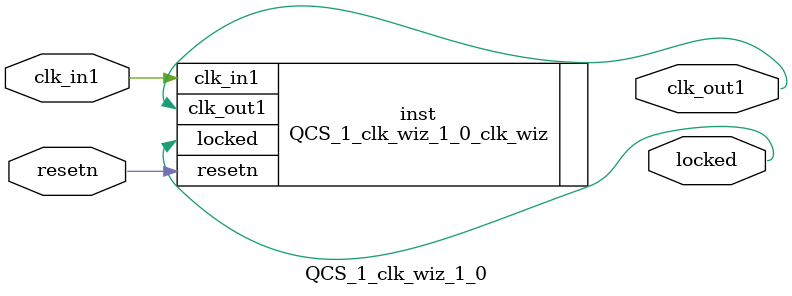
<source format=v>


`timescale 1ps/1ps

(* CORE_GENERATION_INFO = "QCS_1_clk_wiz_1_0,clk_wiz_v6_0_12_0_0,{component_name=QCS_1_clk_wiz_1_0,use_phase_alignment=true,use_min_o_jitter=false,use_max_i_jitter=false,use_dyn_phase_shift=false,use_inclk_switchover=false,use_dyn_reconfig=false,enable_axi=0,feedback_source=FDBK_AUTO,PRIMITIVE=PLL,num_out_clk=1,clkin1_period=10.000,clkin2_period=10.000,use_power_down=false,use_reset=true,use_locked=true,use_inclk_stopped=false,feedback_type=SINGLE,CLOCK_MGR_TYPE=NA,manual_override=false}" *)

module QCS_1_clk_wiz_1_0 
 (
  // Clock out ports
  output        clk_out1,
  // Status and control signals
  input         resetn,
  output        locked,
 // Clock in ports
  input         clk_in1
 );

  QCS_1_clk_wiz_1_0_clk_wiz inst
  (
  // Clock out ports  
  .clk_out1(clk_out1),
  // Status and control signals               
  .resetn(resetn), 
  .locked(locked),
 // Clock in ports
  .clk_in1(clk_in1)
  );

endmodule

</source>
